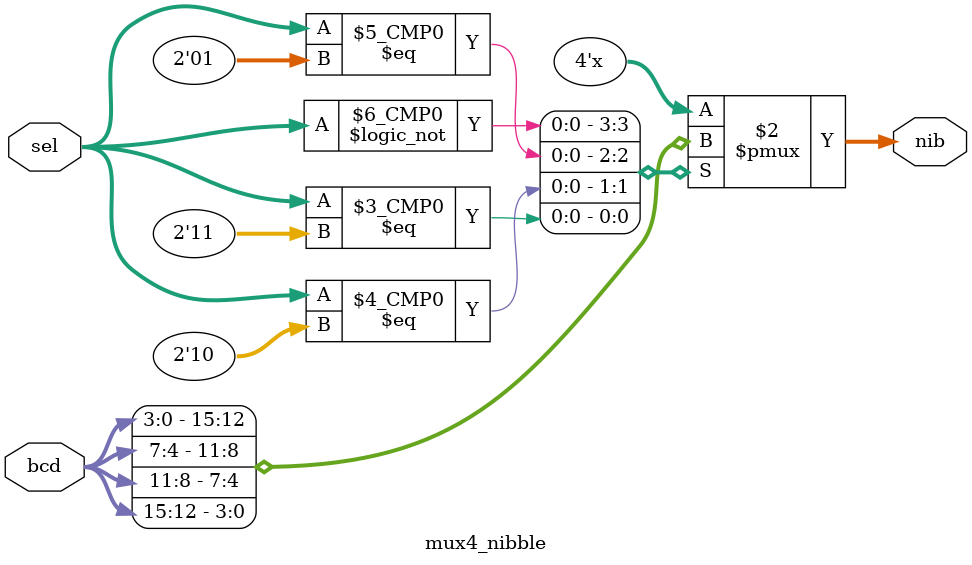
<source format=v>
module mux4_nibble(
    input  wire [15:0] bcd,
    input  wire [1:0]  sel,
    output reg  [3:0]  nib
);
    always @* begin
        case (sel)
            2'd0: nib = bcd[3:0];     // ones
            2'd1: nib = bcd[7:4];     // tens
            2'd2: nib = bcd[11:8];    // hundreds
            2'd3: nib = bcd[15:12];   // thousands
        endcase
    end
endmodule
</source>
